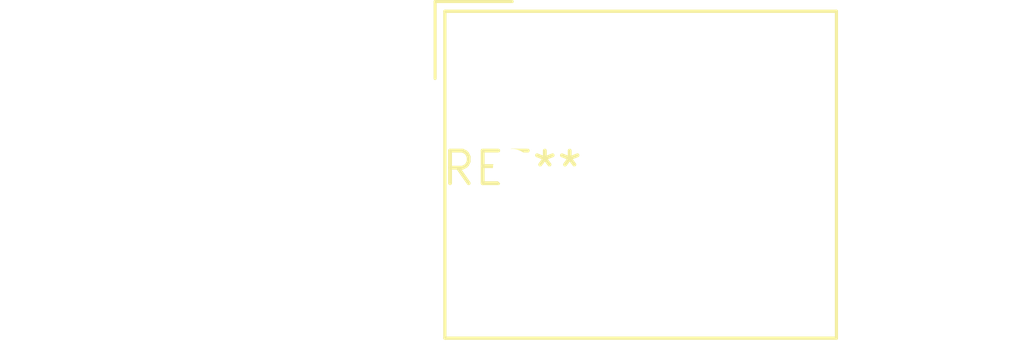
<source format=kicad_pcb>
(kicad_pcb (version 20240108) (generator pcbnew)
  (layers (0 "F.Cu" signal) (31 "B.Cu" signal) (34 "B.Paste" user) (35 "F.Paste" user) (36 "B.SilkS" user "B.Silkscreen") (37 "F.SilkS" user "F.Silkscreen") (38 "B.Mask" user) (39 "F.Mask" user) (44 "Edge.Cuts" user))
  (net 0 "")
  (footprint "Altech_AK300_1x03_P5.00mm_45-Degree" (layer "F.Cu") (at 0 0)
    (property "Reference" "REF**")
    (property "Value" "Altech_AK300_1x03_P5.00mm_45-Degree")
    (fp_line (start -3 -6.5) (end 0 -6.5) (layer "F.SilkS") (stroke (width 0.12)))
    (fp_line (start -3 -3.5) (end -3 -6.5) (layer "F.SilkS") (stroke (width 0.12)))
    (fp_line (start -2.62 -6.12) (end -2.62 6.62) (layer "F.SilkS") (stroke (width 0.12)))
    (fp_line (start -2.62 -6.12) (end -2.62 6.62) (layer "F.SilkS") (stroke (width 0.12)))
    (fp_line (start -2.62 -6.12) (end 12.62 -6.12) (layer "F.SilkS") (stroke (width 0.12)))
    (fp_line (start -2.62 -6.12) (end 12.62 -6.12) (layer "F.SilkS") (stroke (width 0.12)))
    (fp_line (start -2.62 6.62) (end 12.62 6.62) (layer "F.SilkS") (stroke (width 0.12)))
    (fp_line (start -2.62 6.62) (end 12.62 6.62) (layer "F.SilkS") (stroke (width 0.12)))
    (fp_line (start 12.62 -6.12) (end 12.62 6.62) (layer "F.SilkS") (stroke (width 0.12)))
    (fp_line (start 12.62 -6.12) (end 12.62 6.62) (layer "F.SilkS") (stroke (width 0.12)))
    (pad "1" thru_hole rect (at 0 0) (size 3 3) (drill 1.5) (layers *.Cu *.Mask) (remove_unused_layers))
    (pad "2" thru_hole circle (at 5 0) (size 3 3) (drill 1.5) (layers *.Cu *.Mask) (remove_unused_layers))
    (pad "3" thru_hole circle (at 10 0) (size 3 3) (drill 1.5) (layers *.Cu *.Mask) (remove_unused_layers))
  )
)
</source>
